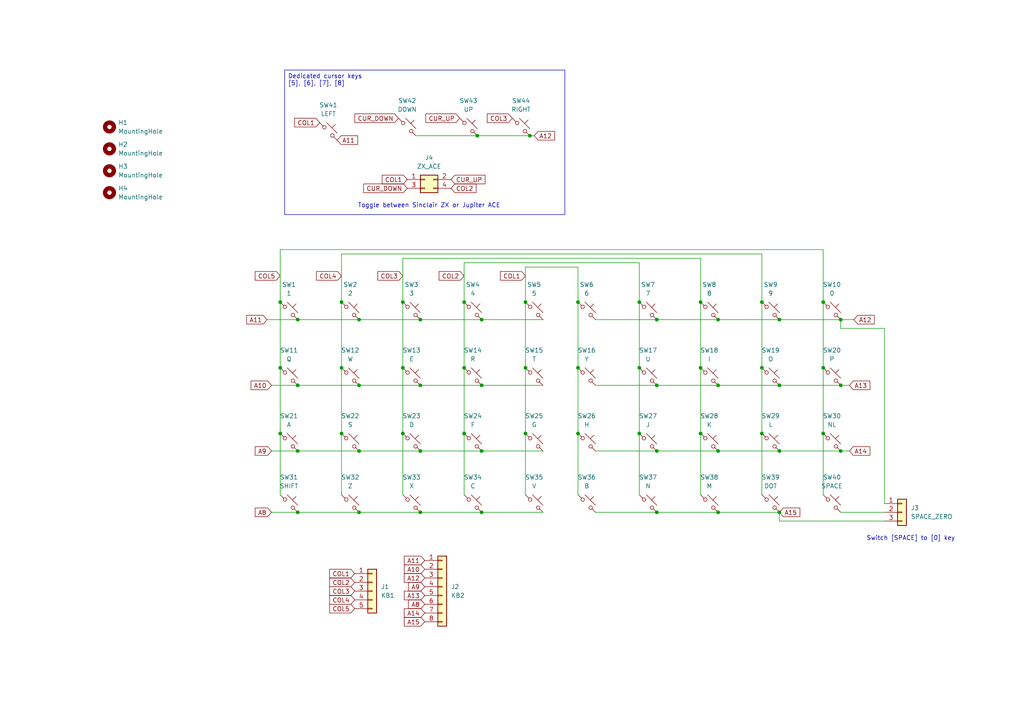
<source format=kicad_sch>
(kicad_sch (version 20250114) (generator "eeschema") (generator_version "9.0")
  (paper "A4")
  (title_block (title "ZX80 Gaming Keyboard") (date "28-Jun-2025") (rev "C") (company "Brett Hallen") (comment 1 "www.youtube.com/@Brfff"))
  (lib_symbols
    (symbol "Connector_Generic:Conn_01x03" (pin_names (offset 1.016) (hide yes))
      (property "Reference" "J" (at 0 5.08 0))
      (property "Value" "Conn_01x03" (at 0 -5.08 0))
      (symbol "Conn_01x03_1_1"
        (rectangle (start -1.27 3.81) (end 1.27 -3.81) (stroke (width 0.254)) (fill (type background)))
        (rectangle (start -1.27 2.667) (end 0 2.413) (stroke (width 0.1524)))
        (rectangle (start -1.27 0.127) (end 0 -0.127) (stroke (width 0.1524)))
        (rectangle (start -1.27 -2.413) (end 0 -2.667) (stroke (width 0.1524)))
        (pin passive line (at -5.08 2.54 0) (length 3.81) (name "Pin_1") (number "1"))
        (pin passive line (at -5.08 0 0) (length 3.81) (name "Pin_2") (number "2"))
        (pin passive line (at -5.08 -2.54 0) (length 3.81) (name "Pin_3") (number "3"))
      )
    )
    (symbol "Connector_Generic:Conn_01x05" (pin_names (offset 1.016) (hide yes))
      (property "Reference" "J" (at 0 7.62 0))
      (property "Value" "Conn_01x05" (at 0 -7.62 0))
      (symbol "Conn_01x05_1_1"
        (rectangle (start -1.27 6.35) (end 1.27 -6.35) (stroke (width 0.254)) (fill (type background)))
        (rectangle (start -1.27 5.207) (end 0 4.953) (stroke (width 0.1524)))
        (rectangle (start -1.27 2.667) (end 0 2.413) (stroke (width 0.1524)))
        (rectangle (start -1.27 0.127) (end 0 -0.127) (stroke (width 0.1524)))
        (rectangle (start -1.27 -2.413) (end 0 -2.667) (stroke (width 0.1524)))
        (rectangle (start -1.27 -4.953) (end 0 -5.207) (stroke (width 0.1524)))
        (pin passive line (at -5.08 5.08 0) (length 3.81) (name "Pin_1") (number "1"))
        (pin passive line (at -5.08 2.54 0) (length 3.81) (name "Pin_2") (number "2"))
        (pin passive line (at -5.08 0 0) (length 3.81) (name "Pin_3") (number "3"))
        (pin passive line (at -5.08 -2.54 0) (length 3.81) (name "Pin_4") (number "4"))
        (pin passive line (at -5.08 -5.08 0) (length 3.81) (name "Pin_5") (number "5"))
      )
    )
    (symbol "Connector_Generic:Conn_01x08" (pin_names (offset 1.016) (hide yes))
      (property "Reference" "J" (at 0 10.16 0))
      (property "Value" "Conn_01x08" (at 0 -12.7 0))
      (symbol "Conn_01x08_1_1"
        (rectangle (start -1.27 8.89) (end 1.27 -11.43) (stroke (width 0.254)) (fill (type background)))
        (rectangle (start -1.27 7.747) (end 0 7.493) (stroke (width 0.1524)))
        (rectangle (start -1.27 5.207) (end 0 4.953) (stroke (width 0.1524)))
        (rectangle (start -1.27 2.667) (end 0 2.413) (stroke (width 0.1524)))
        (rectangle (start -1.27 0.127) (end 0 -0.127) (stroke (width 0.1524)))
        (rectangle (start -1.27 -2.413) (end 0 -2.667) (stroke (width 0.1524)))
        (rectangle (start -1.27 -4.953) (end 0 -5.207) (stroke (width 0.1524)))
        (rectangle (start -1.27 -7.493) (end 0 -7.747) (stroke (width 0.1524)))
        (rectangle (start -1.27 -10.033) (end 0 -10.287) (stroke (width 0.1524)))
        (pin passive line (at -5.08 7.62 0) (length 3.81) (name "Pin_1") (number "1"))
        (pin passive line (at -5.08 5.08 0) (length 3.81) (name "Pin_2") (number "2"))
        (pin passive line (at -5.08 2.54 0) (length 3.81) (name "Pin_3") (number "3"))
        (pin passive line (at -5.08 0 0) (length 3.81) (name "Pin_4") (number "4"))
        (pin passive line (at -5.08 -2.54 0) (length 3.81) (name "Pin_5") (number "5"))
        (pin passive line (at -5.08 -5.08 0) (length 3.81) (name "Pin_6") (number "6"))
        (pin passive line (at -5.08 -7.62 0) (length 3.81) (name "Pin_7") (number "7"))
        (pin passive line (at -5.08 -10.16 0) (length 3.81) (name "Pin_8") (number "8"))
      )
    )
    (symbol "Connector_Generic:Conn_02x02_Odd_Even" (pin_names (offset 1.016) (hide yes))
      (property "Reference" "J" (at 1.27 2.54 0))
      (property "Value" "Conn_02x02_Odd_Even" (at 1.27 -5.08 0))
      (symbol "Conn_02x02_Odd_Even_1_1"
        (rectangle (start -1.27 1.27) (end 3.81 -3.81) (stroke (width 0.254)) (fill (type background)))
        (rectangle (start -1.27 0.127) (end 0 -0.127) (stroke (width 0.1524)))
        (rectangle (start -1.27 -2.413) (end 0 -2.667) (stroke (width 0.1524)))
        (rectangle (start 3.81 0.127) (end 2.54 -0.127) (stroke (width 0.1524)))
        (rectangle (start 3.81 -2.413) (end 2.54 -2.667) (stroke (width 0.1524)))
        (pin passive line (at -5.08 0 0) (length 3.81) (name "Pin_1") (number "1"))
        (pin passive line (at -5.08 -2.54 0) (length 3.81) (name "Pin_3") (number "3"))
        (pin passive line (at 7.62 0 180) (length 3.81) (name "Pin_2") (number "2"))
        (pin passive line (at 7.62 -2.54 180) (length 3.81) (name "Pin_4") (number "4"))
      )
    )
    (symbol "Mechanical:MountingHole" (pin_names (offset 1.016)) (exclude_from_sim yes) (in_bom no)
      (property "Reference" "H" (at 0 5.08 0))
      (property "Value" "MountingHole" (at 0 3.175 0))
      (symbol "MountingHole_0_1"
        (circle (center 0 0) (radius 1.27) (stroke (width 1.27)))
      )
    )
    (symbol "Switch:SW_Push_45deg" (pin_numbers (hide yes)) (pin_names (offset 1.016) (hide yes))
      (property "Reference" "SW" (at 3.048 1.016 0))
      (property "Value" "SW_Push_45deg" (at 0 -3.81 0))
      (symbol "SW_Push_45deg_0_1"
        (polyline (pts (xy -2.54 2.54) (xy -1.524 1.524) (xy -1.524 1.524)))
        (circle (center -1.1684 1.1684) (radius 0.508))
        (polyline (pts (xy -0.508 2.54) (xy 2.54 -0.508)))
        (polyline (pts (xy 1.016 1.016) (xy 2.032 2.032)))
        (circle (center 1.143 -1.1938) (radius 0.508))
        (polyline (pts (xy 1.524 -1.524) (xy 2.54 -2.54) (xy 2.54 -2.54) (xy 2.54 -2.54)))
        (pin passive line (at -2.54 2.54 0) (length 0) (name "1") (number "1"))
        (pin passive line (at 2.54 -2.54 180) (length 0) (name "2") (number "2"))
      )
    )
  )
  (text "Toggle between Sinclair ZX or Jupiter ACE" (at 124.46 59.69 0) (effects (font (size 1.27 1.27))))
  (text "Switch [SPACE] to [0] key" (at 264.16 156.21 0) (effects (font (size 1.27 1.27))))
  (text_box "Dedicated cursor keys\n[5], [6], [7], [8]" (at 82.55 20.32 0) (size 81.28 41.91) (margins 0.9525 0.9525 0.9525 0.9525) (effects (font (size 1.27 1.27)) (justify left top)))
  (junction (at 243.84 130.81))
  (junction (at 152.4 106.68))
  (junction (at 185.42 106.68))
  (junction (at 208.28 148.59))
  (junction (at 226.06 111.76))
  (junction (at 190.5 111.76))
  (junction (at 185.42 125.73))
  (junction (at 116.84 87.63))
  (junction (at 99.06 125.73))
  (junction (at 86.36 111.76))
  (junction (at 226.06 130.81))
  (junction (at 138.43 39.37))
  (junction (at 134.62 87.63))
  (junction (at 116.84 125.73))
  (junction (at 190.5 148.59))
  (junction (at 86.36 130.81))
  (junction (at 86.36 148.59))
  (junction (at 203.2 87.63))
  (junction (at 99.06 87.63))
  (junction (at 104.14 148.59))
  (junction (at 81.28 125.73))
  (junction (at 167.64 87.63))
  (junction (at 190.5 130.81))
  (junction (at 243.84 111.76))
  (junction (at 208.28 111.76))
  (junction (at 121.92 92.71))
  (junction (at 134.62 106.68))
  (junction (at 104.14 92.71))
  (junction (at 220.98 106.68))
  (junction (at 139.7 148.59))
  (junction (at 152.4 125.73))
  (junction (at 86.36 92.71))
  (junction (at 121.92 130.81))
  (junction (at 220.98 87.63))
  (junction (at 167.64 106.68))
  (junction (at 238.76 106.68))
  (junction (at 81.28 106.68))
  (junction (at 152.4 87.63))
  (junction (at 139.7 92.71))
  (junction (at 238.76 125.73))
  (junction (at 81.28 87.63))
  (junction (at 104.14 111.76))
  (junction (at 190.5 92.71))
  (junction (at 104.14 130.81))
  (junction (at 208.28 130.81))
  (junction (at 99.06 106.68))
  (junction (at 238.76 87.63))
  (junction (at 185.42 87.63))
  (junction (at 121.92 111.76))
  (junction (at 139.7 111.76))
  (junction (at 203.2 106.68))
  (junction (at 153.67 39.37))
  (junction (at 167.64 125.73))
  (junction (at 208.28 92.71))
  (junction (at 116.84 106.68))
  (junction (at 243.84 92.71))
  (junction (at 220.98 125.73))
  (junction (at 226.06 148.59))
  (junction (at 203.2 125.73))
  (junction (at 226.06 92.71))
  (junction (at 134.62 125.73))
  (junction (at 139.7 130.81))
  (junction (at 121.92 148.59))
  (wire (pts (xy 78.74 130.81) (xy 86.36 130.81)))
  (wire (pts (xy 86.36 148.59) (xy 104.14 148.59)))
  (wire (pts (xy 121.92 130.81) (xy 139.7 130.81)))
  (wire (pts (xy 86.36 130.81) (xy 104.14 130.81)))
  (wire (pts (xy 172.72 148.59) (xy 190.5 148.59)))
  (wire (pts (xy 243.84 95.25) (xy 256.54 95.25)))
  (wire (pts (xy 203.2 87.63) (xy 203.2 74.93)))
  (wire (pts (xy 154.94 39.37) (xy 153.67 39.37)))
  (wire (pts (xy 121.92 148.59) (xy 139.7 148.59)))
  (wire (pts (xy 220.98 87.63) (xy 220.98 73.66)))
  (wire (pts (xy 99.06 106.68) (xy 99.06 125.73)))
  (wire (pts (xy 134.62 106.68) (xy 134.62 125.73)))
  (wire (pts (xy 81.28 72.39) (xy 238.76 72.39)))
  (wire (pts (xy 220.98 143.51) (xy 220.98 125.73)))
  (wire (pts (xy 116.84 125.73) (xy 116.84 143.51)))
  (wire (pts (xy 243.84 92.71) (xy 243.84 95.25)))
  (wire (pts (xy 134.62 125.73) (xy 134.62 143.51)))
  (wire (pts (xy 77.47 92.71) (xy 86.36 92.71)))
  (wire (pts (xy 185.42 87.63) (xy 185.42 106.68)))
  (wire (pts (xy 152.4 125.73) (xy 152.4 143.51)))
  (wire (pts (xy 104.14 148.59) (xy 121.92 148.59)))
  (wire (pts (xy 190.5 111.76) (xy 208.28 111.76)))
  (wire (pts (xy 104.14 130.81) (xy 121.92 130.81)))
  (wire (pts (xy 138.43 39.37) (xy 153.67 39.37)))
  (wire (pts (xy 243.84 111.76) (xy 246.38 111.76)))
  (wire (pts (xy 116.84 87.63) (xy 116.84 106.68)))
  (wire (pts (xy 172.72 92.71) (xy 190.5 92.71)))
  (wire (pts (xy 167.64 77.47) (xy 167.64 87.63)))
  (wire (pts (xy 220.98 73.66) (xy 99.06 73.66)))
  (wire (pts (xy 243.84 130.81) (xy 246.38 130.81)))
  (wire (pts (xy 78.74 148.59) (xy 86.36 148.59)))
  (wire (pts (xy 243.84 92.71) (xy 247.65 92.71)))
  (wire (pts (xy 190.5 130.81) (xy 208.28 130.81)))
  (wire (pts (xy 238.76 106.68) (xy 238.76 125.73)))
  (wire (pts (xy 81.28 87.63) (xy 81.28 72.39)))
  (wire (pts (xy 99.06 73.66) (xy 99.06 87.63)))
  (wire (pts (xy 203.2 106.68) (xy 203.2 125.73)))
  (wire (pts (xy 185.42 76.2) (xy 134.62 76.2)))
  (wire (pts (xy 120.65 39.37) (xy 138.43 39.37)))
  (wire (pts (xy 139.7 130.81) (xy 157.48 130.81)))
  (wire (pts (xy 203.2 74.93) (xy 116.84 74.93)))
  (wire (pts (xy 256.54 151.13) (xy 226.06 151.13)))
  (wire (pts (xy 190.5 92.71) (xy 208.28 92.71)))
  (wire (pts (xy 226.06 92.71) (xy 243.84 92.71)))
  (wire (pts (xy 238.76 87.63) (xy 238.76 106.68)))
  (wire (pts (xy 134.62 76.2) (xy 134.62 87.63)))
  (wire (pts (xy 220.98 106.68) (xy 220.98 87.63)))
  (wire (pts (xy 152.4 87.63) (xy 152.4 106.68)))
  (wire (pts (xy 203.2 125.73) (xy 203.2 143.51)))
  (wire (pts (xy 139.7 111.76) (xy 157.48 111.76)))
  (wire (pts (xy 167.64 125.73) (xy 167.64 143.51)))
  (wire (pts (xy 185.42 87.63) (xy 185.42 76.2)))
  (wire (pts (xy 86.36 111.76) (xy 104.14 111.76)))
  (wire (pts (xy 208.28 148.59) (xy 226.06 148.59)))
  (wire (pts (xy 226.06 111.76) (xy 243.84 111.76)))
  (wire (pts (xy 220.98 125.73) (xy 220.98 106.68)))
  (wire (pts (xy 256.54 95.25) (xy 256.54 146.05)))
  (wire (pts (xy 208.28 92.71) (xy 226.06 92.71)))
  (wire (pts (xy 81.28 87.63) (xy 81.28 106.68)))
  (wire (pts (xy 134.62 87.63) (xy 134.62 106.68)))
  (wire (pts (xy 78.74 111.76) (xy 86.36 111.76)))
  (wire (pts (xy 121.92 92.71) (xy 139.7 92.71)))
  (wire (pts (xy 238.76 125.73) (xy 238.76 143.51)))
  (wire (pts (xy 104.14 111.76) (xy 121.92 111.76)))
  (wire (pts (xy 152.4 77.47) (xy 167.64 77.47)))
  (wire (pts (xy 185.42 106.68) (xy 185.42 125.73)))
  (wire (pts (xy 238.76 72.39) (xy 238.76 87.63)))
  (wire (pts (xy 99.06 125.73) (xy 99.06 143.51)))
  (wire (pts (xy 152.4 87.63) (xy 152.4 77.47)))
  (wire (pts (xy 104.14 92.71) (xy 121.92 92.71)))
  (wire (pts (xy 203.2 87.63) (xy 203.2 106.68)))
  (wire (pts (xy 86.36 92.71) (xy 104.14 92.71)))
  (wire (pts (xy 99.06 87.63) (xy 99.06 106.68)))
  (wire (pts (xy 139.7 92.71) (xy 157.48 92.71)))
  (wire (pts (xy 152.4 106.68) (xy 152.4 125.73)))
  (wire (pts (xy 172.72 130.81) (xy 190.5 130.81)))
  (wire (pts (xy 81.28 125.73) (xy 81.28 143.51)))
  (wire (pts (xy 116.84 106.68) (xy 116.84 125.73)))
  (wire (pts (xy 139.7 148.59) (xy 157.48 148.59)))
  (wire (pts (xy 226.06 151.13) (xy 226.06 148.59)))
  (wire (pts (xy 190.5 148.59) (xy 208.28 148.59)))
  (wire (pts (xy 208.28 130.81) (xy 226.06 130.81)))
  (wire (pts (xy 167.64 106.68) (xy 167.64 125.73)))
  (wire (pts (xy 167.64 87.63) (xy 167.64 106.68)))
  (wire (pts (xy 208.28 111.76) (xy 226.06 111.76)))
  (wire (pts (xy 116.84 74.93) (xy 116.84 87.63)))
  (wire (pts (xy 243.84 148.59) (xy 256.54 148.59)))
  (wire (pts (xy 121.92 111.76) (xy 139.7 111.76)))
  (wire (pts (xy 81.28 106.68) (xy 81.28 125.73)))
  (wire (pts (xy 185.42 125.73) (xy 185.42 143.51)))
  (wire (pts (xy 172.72 111.76) (xy 190.5 111.76)))
  (wire (pts (xy 226.06 130.81) (xy 243.84 130.81)))
  (global_label "COL2" (shape input) (at 102.87 168.91 180) (property "Intersheetrefs" "${INTERSHEET_REFS}" (effects (hide yes))))
  (global_label "COL4" (shape input) (at 102.87 173.99 180) (property "Intersheetrefs" "${INTERSHEET_REFS}" (effects (hide yes))))
  (global_label "A10" (shape input) (at 123.19 165.1 180) (property "Intersheetrefs" "${INTERSHEET_REFS}" (effects (hide yes))))
  (global_label "A11" (shape input) (at 97.79 40.64 0) (property "Intersheetrefs" "${INTERSHEET_REFS}" (effects (hide yes))))
  (global_label "COL1" (shape input) (at 118.11 52.07 180) (property "Intersheetrefs" "${INTERSHEET_REFS}" (effects (hide yes))))
  (global_label "COL5" (shape input) (at 102.87 176.53 180) (property "Intersheetrefs" "${INTERSHEET_REFS}" (effects (hide yes))))
  (global_label "CUR_UP" (shape input) (at 133.35 34.29 180) (property "Intersheetrefs" "${INTERSHEET_REFS}" (effects (hide yes))))
  (global_label "CUR_DOWN" (shape input) (at 118.11 54.61 180) (property "Intersheetrefs" "${INTERSHEET_REFS}" (effects (hide yes))))
  (global_label "A14" (shape input) (at 246.38 130.81 0) (property "Intersheetrefs" "${INTERSHEET_REFS}" (effects (hide yes))))
  (global_label "A15" (shape input) (at 123.19 180.34 180) (property "Intersheetrefs" "${INTERSHEET_REFS}" (effects (hide yes))))
  (global_label "A12" (shape input) (at 123.19 167.64 180) (property "Intersheetrefs" "${INTERSHEET_REFS}" (effects (hide yes))))
  (global_label "COL2" (shape input) (at 130.81 54.61 0) (property "Intersheetrefs" "${INTERSHEET_REFS}" (effects (hide yes))))
  (global_label "CUR_UP" (shape input) (at 130.81 52.07 0) (property "Intersheetrefs" "${INTERSHEET_REFS}" (effects (hide yes))))
  (global_label "A13" (shape input) (at 246.38 111.76 0) (property "Intersheetrefs" "${INTERSHEET_REFS}" (effects (hide yes))))
  (global_label "A13" (shape input) (at 123.19 172.72 180) (property "Intersheetrefs" "${INTERSHEET_REFS}" (effects (hide yes))))
  (global_label "COL3" (shape input) (at 148.59 34.29 180) (property "Intersheetrefs" "${INTERSHEET_REFS}" (effects (hide yes))))
  (global_label "COL3" (shape input) (at 116.84 80.01 180) (property "Intersheetrefs" "${INTERSHEET_REFS}" (effects (hide yes))))
  (global_label "A9" (shape input) (at 123.19 170.18 180) (property "Intersheetrefs" "${INTERSHEET_REFS}" (effects (hide yes))))
  (global_label "COL3" (shape input) (at 102.87 171.45 180) (property "Intersheetrefs" "${INTERSHEET_REFS}" (effects (hide yes))))
  (global_label "COL5" (shape input) (at 81.28 80.01 180) (property "Intersheetrefs" "${INTERSHEET_REFS}" (effects (hide yes))))
  (global_label "COL4" (shape input) (at 99.06 80.01 180) (property "Intersheetrefs" "${INTERSHEET_REFS}" (effects (hide yes))))
  (global_label "A9" (shape input) (at 78.74 130.81 180) (property "Intersheetrefs" "${INTERSHEET_REFS}" (effects (hide yes))))
  (global_label "A12" (shape input) (at 247.65 92.71 0) (property "Intersheetrefs" "${INTERSHEET_REFS}" (effects (hide yes))))
  (global_label "A15" (shape input) (at 226.06 148.59 0) (property "Intersheetrefs" "${INTERSHEET_REFS}" (effects (hide yes))))
  (global_label "A10" (shape input) (at 78.74 111.76 180) (property "Intersheetrefs" "${INTERSHEET_REFS}" (effects (hide yes))))
  (global_label "CUR_DOWN" (shape input) (at 115.57 34.29 180) (property "Intersheetrefs" "${INTERSHEET_REFS}" (effects (hide yes))))
  (global_label "A11" (shape input) (at 123.19 162.56 180) (property "Intersheetrefs" "${INTERSHEET_REFS}" (effects (hide yes))))
  (global_label "A8" (shape input) (at 78.74 148.59 180) (property "Intersheetrefs" "${INTERSHEET_REFS}" (effects (hide yes))))
  (global_label "COL1" (shape input) (at 152.4 80.01 180) (property "Intersheetrefs" "${INTERSHEET_REFS}" (effects (hide yes))))
  (global_label "A11" (shape input) (at 77.47 92.71 180) (property "Intersheetrefs" "${INTERSHEET_REFS}" (effects (hide yes))))
  (global_label "A14" (shape input) (at 123.19 177.8 180) (property "Intersheetrefs" "${INTERSHEET_REFS}" (effects (hide yes))))
  (global_label "A12" (shape input) (at 154.94 39.37 0) (property "Intersheetrefs" "${INTERSHEET_REFS}" (effects (hide yes))))
  (global_label "COL1" (shape input) (at 102.87 166.37 180) (property "Intersheetrefs" "${INTERSHEET_REFS}" (effects (hide yes))))
  (global_label "A8" (shape input) (at 123.19 175.26 180) (property "Intersheetrefs" "${INTERSHEET_REFS}" (effects (hide yes))))
  (global_label "COL1" (shape input) (at 92.71 35.56 180) (property "Intersheetrefs" "${INTERSHEET_REFS}" (effects (hide yes))))
  (global_label "COL2" (shape input) (at 134.62 80.01 180) (property "Intersheetrefs" "${INTERSHEET_REFS}" (effects (hide yes))))
  (symbol (lib_id "Switch:SW_Push_45deg") (at 205.74 128.27 0) (unit 1)
    (property "Reference" "SW28" (at 205.74 120.65 0))
    (property "Value" "K" (at 205.74 123.19 0))
    (property "Footprint" "Button_Switch_Keyboard:SW_Cherry_MX_1.00u_PCB" (effects (hide yes)))
    (property "Description" "Push button switch, normally open, two pins, 45° tilted" (effects (hide yes)))
  )
  (symbol (lib_id "Switch:SW_Push_45deg") (at 83.82 146.05 0) (unit 1)
    (property "Reference" "SW31" (at 83.82 138.43 0))
    (property "Value" "SHIFT" (at 83.82 140.97 0))
    (property "Footprint" "Button_Switch_Keyboard:SW_Cherry_MX_1.00u_PCB" (effects (hide yes)))
    (property "Description" "Push button switch, normally open, two pins, 45° tilted" (effects (hide yes)))
  )
  (symbol (lib_id "Switch:SW_Push_45deg") (at 154.94 146.05 0) (unit 1)
    (property "Reference" "SW35" (at 154.94 138.43 0))
    (property "Value" "V" (at 154.94 140.97 0))
    (property "Footprint" "Button_Switch_Keyboard:SW_Cherry_MX_1.00u_PCB" (effects (hide yes)))
    (property "Description" "Push button switch, normally open, two pins, 45° tilted" (effects (hide yes)))
  )
  (symbol (lib_id "Switch:SW_Push_45deg") (at 223.52 146.05 0) (unit 1)
    (property "Reference" "SW39" (at 223.52 138.43 0))
    (property "Value" "DOT" (at 223.52 140.97 0))
    (property "Footprint" "Button_Switch_Keyboard:SW_Cherry_MX_1.00u_PCB" (effects (hide yes)))
    (property "Description" "Push button switch, normally open, two pins, 45° tilted" (effects (hide yes)))
  )
  (symbol (lib_id "Mechanical:MountingHole") (at 31.75 36.83 0) (unit 1) (exclude_from_sim yes) (in_bom no)
    (property "Reference" "H1" (at 34.29 35.5599 0) (effects (justify left)))
    (property "Value" "MountingHole" (at 34.29 38.0999 0) (effects (justify left)))
    (property "Footprint" "MountingHole:MountingHole_3.2mm_M3" (effects (hide yes)))
    (property "Description" "Mounting Hole without connection" (effects (hide yes)))
  )
  (symbol (lib_id "Switch:SW_Push_45deg") (at 154.94 90.17 0) (unit 1)
    (property "Reference" "SW5" (at 154.94 82.55 0))
    (property "Value" "5" (at 154.94 85.09 0))
    (property "Footprint" "Button_Switch_Keyboard:SW_Cherry_MX_1.00u_PCB" (effects (hide yes)))
    (property "Description" "Push button switch, normally open, two pins, 45° tilted" (effects (hide yes)))
  )
  (symbol (lib_id "Switch:SW_Push_45deg") (at 223.52 109.22 0) (unit 1)
    (property "Reference" "SW19" (at 223.52 101.6 0))
    (property "Value" "O" (at 223.52 104.14 0))
    (property "Footprint" "Button_Switch_Keyboard:SW_Cherry_MX_1.00u_PCB" (effects (hide yes)))
    (property "Description" "Push button switch, normally open, two pins, 45° tilted" (effects (hide yes)))
  )
  (symbol (lib_id "Switch:SW_Push_45deg") (at 137.16 146.05 0) (unit 1)
    (property "Reference" "SW34" (at 137.16 138.43 0))
    (property "Value" "C" (at 137.16 140.97 0))
    (property "Footprint" "Button_Switch_Keyboard:SW_Cherry_MX_1.00u_PCB" (effects (hide yes)))
    (property "Description" "Push button switch, normally open, two pins, 45° tilted" (effects (hide yes)))
  )
  (symbol (lib_id "Connector_Generic:Conn_02x02_Odd_Even") (at 123.19 52.07 0) (unit 1)
    (property "Reference" "J4" (at 124.46 45.72 0))
    (property "Value" "ZX_ACE" (at 124.46 48.26 0))
    (property "Footprint" "Connector_PinHeader_2.54mm:PinHeader_2x02_P2.54mm_Vertical" (effects (hide yes)))
    (property "Description" "Generic connector, double row, 02x02, odd/even pin numbering scheme (row 1 odd numbers, row 2 even numbers), script generated (kicad-library-utils/schlib/autogen/connector/)" (effects (hide yes)))
  )
  (symbol (lib_id "Switch:SW_Push_45deg") (at 241.3 90.17 0) (unit 1)
    (property "Reference" "SW10" (at 241.3 82.55 0))
    (property "Value" "0" (at 241.3 85.09 0))
    (property "Footprint" "Button_Switch_Keyboard:SW_Cherry_MX_1.00u_PCB" (effects (hide yes)))
    (property "Description" "Push button switch, normally open, two pins, 45° tilted" (effects (hide yes)))
  )
  (symbol (lib_id "Switch:SW_Push_45deg") (at 135.89 36.83 0) (unit 1)
    (property "Reference" "SW43" (at 135.89 29.21 0))
    (property "Value" "UP" (at 135.89 31.75 0))
    (property "Footprint" "Button_Switch_Keyboard:SW_Cherry_MX_1.00u_PCB" (effects (hide yes)))
    (property "Description" "Push button switch, normally open, two pins, 45° tilted" (effects (hide yes)))
  )
  (symbol (lib_id "Switch:SW_Push_45deg") (at 137.16 109.22 0) (unit 1)
    (property "Reference" "SW14" (at 137.16 101.6 0))
    (property "Value" "R" (at 137.16 104.14 0))
    (property "Footprint" "Button_Switch_Keyboard:SW_Cherry_MX_1.00u_PCB" (effects (hide yes)))
    (property "Description" "Push button switch, normally open, two pins, 45° tilted" (effects (hide yes)))
  )
  (symbol (lib_id "Switch:SW_Push_45deg") (at 241.3 109.22 0) (unit 1)
    (property "Reference" "SW20" (at 241.3 101.6 0))
    (property "Value" "P" (at 241.3 104.14 0))
    (property "Footprint" "Button_Switch_Keyboard:SW_Cherry_MX_1.00u_PCB" (effects (hide yes)))
    (property "Description" "Push button switch, normally open, two pins, 45° tilted" (effects (hide yes)))
  )
  (symbol (lib_id "Switch:SW_Push_45deg") (at 241.3 146.05 0) (unit 1)
    (property "Reference" "SW40" (at 241.3 138.43 0))
    (property "Value" "SPACE" (at 241.3 140.97 0))
    (property "Footprint" "Button_Switch_Keyboard:SW_Cherry_MX_1.00u_PCB" (effects (hide yes)))
    (property "Description" "Push button switch, normally open, two pins, 45° tilted" (effects (hide yes)))
  )
  (symbol (lib_id "Switch:SW_Push_45deg") (at 119.38 109.22 0) (unit 1)
    (property "Reference" "SW13" (at 119.38 101.6 0))
    (property "Value" "E" (at 119.38 104.14 0))
    (property "Footprint" "Button_Switch_Keyboard:SW_Cherry_MX_1.00u_PCB" (effects (hide yes)))
    (property "Description" "Push button switch, normally open, two pins, 45° tilted" (effects (hide yes)))
  )
  (symbol (lib_id "Connector_Generic:Conn_01x08") (at 128.27 170.18 0) (unit 1)
    (property "Reference" "J2" (at 130.81 170.1799 0) (effects (justify left)))
    (property "Value" "KB2" (at 130.81 172.7199 0) (effects (justify left)))
    (property "Footprint" "Connector_PinHeader_2.54mm:PinHeader_1x08_P2.54mm_Vertical" (effects (hide yes)))
    (property "Description" "Generic connector, single row, 01x08, script generated (kicad-library-utils/schlib/autogen/connector/)" (effects (hide yes)))
  )
  (symbol (lib_id "Switch:SW_Push_45deg") (at 170.18 90.17 0) (unit 1)
    (property "Reference" "SW6" (at 170.18 82.55 0))
    (property "Value" "6" (at 170.18 85.09 0))
    (property "Footprint" "Button_Switch_Keyboard:SW_Cherry_MX_1.00u_PCB" (effects (hide yes)))
    (property "Description" "Push button switch, normally open, two pins, 45° tilted" (effects (hide yes)))
  )
  (symbol (lib_id "Connector_Generic:Conn_01x03") (at 261.62 148.59 0) (unit 1)
    (property "Reference" "J3" (at 264.16 147.3199 0) (effects (justify left)))
    (property "Value" "SPACE_ZERO" (at 264.16 149.8599 0) (effects (justify left)))
    (property "Footprint" "Connector_PinHeader_2.54mm:PinHeader_1x03_P2.54mm_Vertical" (effects (hide yes)))
    (property "Description" "Generic connector, single row, 01x03, script generated (kicad-library-utils/schlib/autogen/connector/)" (effects (hide yes)))
  )
  (symbol (lib_id "Switch:SW_Push_45deg") (at 241.3 128.27 0) (unit 1)
    (property "Reference" "SW30" (at 241.3 120.65 0))
    (property "Value" "NL" (at 241.3 123.19 0))
    (property "Footprint" "Button_Switch_Keyboard:SW_Cherry_MX_1.00u_PCB" (effects (hide yes)))
    (property "Description" "Push button switch, normally open, two pins, 45° tilted" (effects (hide yes)))
  )
  (symbol (lib_id "Switch:SW_Push_45deg") (at 187.96 109.22 0) (unit 1)
    (property "Reference" "SW17" (at 187.96 101.6 0))
    (property "Value" "U" (at 187.96 104.14 0))
    (property "Footprint" "Button_Switch_Keyboard:SW_Cherry_MX_1.00u_PCB" (effects (hide yes)))
    (property "Description" "Push button switch, normally open, two pins, 45° tilted" (effects (hide yes)))
  )
  (symbol (lib_id "Switch:SW_Push_45deg") (at 205.74 146.05 0) (unit 1)
    (property "Reference" "SW38" (at 205.74 138.43 0))
    (property "Value" "M" (at 205.74 140.97 0))
    (property "Footprint" "Button_Switch_Keyboard:SW_Cherry_MX_1.00u_PCB" (effects (hide yes)))
    (property "Description" "Push button switch, normally open, two pins, 45° tilted" (effects (hide yes)))
  )
  (symbol (lib_id "Mechanical:MountingHole") (at 31.75 43.18 0) (unit 1) (exclude_from_sim yes) (in_bom no)
    (property "Reference" "H2" (at 34.29 41.9099 0) (effects (justify left)))
    (property "Value" "MountingHole" (at 34.29 44.4499 0) (effects (justify left)))
    (property "Footprint" "MountingHole:MountingHole_3.2mm_M3" (effects (hide yes)))
    (property "Description" "Mounting Hole without connection" (effects (hide yes)))
  )
  (symbol (lib_id "Switch:SW_Push_45deg") (at 83.82 109.22 0) (unit 1)
    (property "Reference" "SW11" (at 83.82 101.6 0))
    (property "Value" "Q" (at 83.82 104.14 0))
    (property "Footprint" "Button_Switch_Keyboard:SW_Cherry_MX_1.00u_PCB" (effects (hide yes)))
    (property "Description" "Push button switch, normally open, two pins, 45° tilted" (effects (hide yes)))
  )
  (symbol (lib_id "Switch:SW_Push_45deg") (at 119.38 90.17 0) (unit 1)
    (property "Reference" "SW3" (at 119.38 82.55 0))
    (property "Value" "3" (at 119.38 85.09 0))
    (property "Footprint" "Button_Switch_Keyboard:SW_Cherry_MX_1.00u_PCB" (effects (hide yes)))
    (property "Description" "Push button switch, normally open, two pins, 45° tilted" (effects (hide yes)))
  )
  (symbol (lib_id "Switch:SW_Push_45deg") (at 119.38 146.05 0) (unit 1)
    (property "Reference" "SW33" (at 119.38 138.43 0))
    (property "Value" "X" (at 119.38 140.97 0))
    (property "Footprint" "Button_Switch_Keyboard:SW_Cherry_MX_1.00u_PCB" (effects (hide yes)))
    (property "Description" "Push button switch, normally open, two pins, 45° tilted" (effects (hide yes)))
  )
  (symbol (lib_id "Switch:SW_Push_45deg") (at 187.96 90.17 0) (unit 1)
    (property "Reference" "SW7" (at 187.96 82.55 0))
    (property "Value" "7" (at 187.96 85.09 0))
    (property "Footprint" "Button_Switch_Keyboard:SW_Cherry_MX_1.00u_PCB" (effects (hide yes)))
    (property "Description" "Push button switch, normally open, two pins, 45° tilted" (effects (hide yes)))
  )
  (symbol (lib_id "Switch:SW_Push_45deg") (at 95.25 38.1 0) (unit 1)
    (property "Reference" "SW41" (at 95.25 30.48 0))
    (property "Value" "LEFT" (at 95.25 33.02 0))
    (property "Footprint" "Button_Switch_Keyboard:SW_Cherry_MX_1.00u_PCB" (effects (hide yes)))
    (property "Description" "Push button switch, normally open, two pins, 45° tilted" (effects (hide yes)))
  )
  (symbol (lib_id "Switch:SW_Push_45deg") (at 205.74 90.17 0) (unit 1)
    (property "Reference" "SW8" (at 205.74 82.55 0))
    (property "Value" "8" (at 205.74 85.09 0))
    (property "Footprint" "Button_Switch_Keyboard:SW_Cherry_MX_1.00u_PCB" (effects (hide yes)))
    (property "Description" "Push button switch, normally open, two pins, 45° tilted" (effects (hide yes)))
  )
  (symbol (lib_id "Switch:SW_Push_45deg") (at 151.13 36.83 0) (unit 1)
    (property "Reference" "SW44" (at 151.13 29.21 0))
    (property "Value" "RIGHT" (at 151.13 31.75 0))
    (property "Footprint" "Button_Switch_Keyboard:SW_Cherry_MX_1.00u_PCB" (effects (hide yes)))
    (property "Description" "Push button switch, normally open, two pins, 45° tilted" (effects (hide yes)))
  )
  (symbol (lib_id "Switch:SW_Push_45deg") (at 101.6 90.17 0) (unit 1)
    (property "Reference" "SW2" (at 101.6 82.55 0))
    (property "Value" "2" (at 101.6 85.09 0))
    (property "Footprint" "Button_Switch_Keyboard:SW_Cherry_MX_1.00u_PCB" (effects (hide yes)))
    (property "Description" "Push button switch, normally open, two pins, 45° tilted" (effects (hide yes)))
  )
  (symbol (lib_id "Switch:SW_Push_45deg") (at 205.74 109.22 0) (unit 1)
    (property "Reference" "SW18" (at 205.74 101.6 0))
    (property "Value" "I" (at 205.74 104.14 0))
    (property "Footprint" "Button_Switch_Keyboard:SW_Cherry_MX_1.00u_PCB" (effects (hide yes)))
    (property "Description" "Push button switch, normally open, two pins, 45° tilted" (effects (hide yes)))
  )
  (symbol (lib_id "Mechanical:MountingHole") (at 31.75 55.88 0) (unit 1) (exclude_from_sim yes) (in_bom no)
    (property "Reference" "H4" (at 34.29 54.6099 0) (effects (justify left)))
    (property "Value" "MountingHole" (at 34.29 57.1499 0) (effects (justify left)))
    (property "Footprint" "MountingHole:MountingHole_3.2mm_M3" (effects (hide yes)))
    (property "Description" "Mounting Hole without connection" (effects (hide yes)))
  )
  (symbol (lib_id "Switch:SW_Push_45deg") (at 118.11 36.83 0) (unit 1)
    (property "Reference" "SW42" (at 118.11 29.21 0))
    (property "Value" "DOWN" (at 118.11 31.75 0))
    (property "Footprint" "Button_Switch_Keyboard:SW_Cherry_MX_1.00u_PCB" (effects (hide yes)))
    (property "Description" "Push button switch, normally open, two pins, 45° tilted" (effects (hide yes)))
  )
  (symbol (lib_id "Switch:SW_Push_45deg") (at 154.94 109.22 0) (unit 1)
    (property "Reference" "SW15" (at 154.94 101.6 0))
    (property "Value" "T" (at 154.94 104.14 0))
    (property "Footprint" "Button_Switch_Keyboard:SW_Cherry_MX_1.00u_PCB" (effects (hide yes)))
    (property "Description" "Push button switch, normally open, two pins, 45° tilted" (effects (hide yes)))
  )
  (symbol (lib_id "Switch:SW_Push_45deg") (at 83.82 128.27 0) (unit 1)
    (property "Reference" "SW21" (at 83.82 120.65 0))
    (property "Value" "A" (at 83.82 123.19 0))
    (property "Footprint" "Button_Switch_Keyboard:SW_Cherry_MX_1.00u_PCB" (effects (hide yes)))
    (property "Description" "Push button switch, normally open, two pins, 45° tilted" (effects (hide yes)))
  )
  (symbol (lib_id "Switch:SW_Push_45deg") (at 137.16 128.27 0) (unit 1)
    (property "Reference" "SW24" (at 137.16 120.65 0))
    (property "Value" "F" (at 137.16 123.19 0))
    (property "Footprint" "Button_Switch_Keyboard:SW_Cherry_MX_1.00u_PCB" (effects (hide yes)))
    (property "Description" "Push button switch, normally open, two pins, 45° tilted" (effects (hide yes)))
  )
  (symbol (lib_id "Mechanical:MountingHole") (at 31.75 49.53 0) (unit 1) (exclude_from_sim yes) (in_bom no)
    (property "Reference" "H3" (at 34.29 48.2599 0) (effects (justify left)))
    (property "Value" "MountingHole" (at 34.29 50.7999 0) (effects (justify left)))
    (property "Footprint" "MountingHole:MountingHole_3.2mm_M3" (effects (hide yes)))
    (property "Description" "Mounting Hole without connection" (effects (hide yes)))
  )
  (symbol (lib_id "Switch:SW_Push_45deg") (at 170.18 146.05 0) (unit 1)
    (property "Reference" "SW36" (at 170.18 138.43 0))
    (property "Value" "B" (at 170.18 140.97 0))
    (property "Footprint" "Button_Switch_Keyboard:SW_Cherry_MX_1.00u_PCB" (effects (hide yes)))
    (property "Description" "Push button switch, normally open, two pins, 45° tilted" (effects (hide yes)))
  )
  (symbol (lib_id "Switch:SW_Push_45deg") (at 154.94 128.27 0) (unit 1)
    (property "Reference" "SW25" (at 154.94 120.65 0))
    (property "Value" "G" (at 154.94 123.19 0))
    (property "Footprint" "Button_Switch_Keyboard:SW_Cherry_MX_1.00u_PCB" (effects (hide yes)))
    (property "Description" "Push button switch, normally open, two pins, 45° tilted" (effects (hide yes)))
  )
  (symbol (lib_id "Switch:SW_Push_45deg") (at 101.6 109.22 0) (unit 1)
    (property "Reference" "SW12" (at 101.6 101.6 0))
    (property "Value" "W" (at 101.6 104.14 0))
    (property "Footprint" "Button_Switch_Keyboard:SW_Cherry_MX_1.00u_PCB" (effects (hide yes)))
    (property "Description" "Push button switch, normally open, two pins, 45° tilted" (effects (hide yes)))
  )
  (symbol (lib_id "Switch:SW_Push_45deg") (at 83.82 90.17 0) (unit 1)
    (property "Reference" "SW1" (at 83.82 82.55 0))
    (property "Value" "1" (at 83.82 85.09 0))
    (property "Footprint" "Button_Switch_Keyboard:SW_Cherry_MX_1.00u_PCB" (effects (hide yes)))
    (property "Description" "Push button switch, normally open, two pins, 45° tilted" (effects (hide yes)))
  )
  (symbol (lib_id "Switch:SW_Push_45deg") (at 137.16 90.17 0) (unit 1)
    (property "Reference" "SW4" (at 137.16 82.55 0))
    (property "Value" "4" (at 137.16 85.09 0))
    (property "Footprint" "Button_Switch_Keyboard:SW_Cherry_MX_1.00u_PCB" (effects (hide yes)))
    (property "Description" "Push button switch, normally open, two pins, 45° tilted" (effects (hide yes)))
  )
  (symbol (lib_id "Switch:SW_Push_45deg") (at 119.38 128.27 0) (unit 1)
    (property "Reference" "SW23" (at 119.38 120.65 0))
    (property "Value" "D" (at 119.38 123.19 0))
    (property "Footprint" "Button_Switch_Keyboard:SW_Cherry_MX_1.00u_PCB" (effects (hide yes)))
    (property "Description" "Push button switch, normally open, two pins, 45° tilted" (effects (hide yes)))
  )
  (symbol (lib_id "Switch:SW_Push_45deg") (at 187.96 146.05 0) (unit 1)
    (property "Reference" "SW37" (at 187.96 138.43 0))
    (property "Value" "N" (at 187.96 140.97 0))
    (property "Footprint" "Button_Switch_Keyboard:SW_Cherry_MX_1.00u_PCB" (effects (hide yes)))
    (property "Description" "Push button switch, normally open, two pins, 45° tilted" (effects (hide yes)))
  )
  (symbol (lib_id "Switch:SW_Push_45deg") (at 101.6 146.05 0) (unit 1)
    (property "Reference" "SW32" (at 101.6 138.43 0))
    (property "Value" "Z" (at 101.6 140.97 0))
    (property "Footprint" "Button_Switch_Keyboard:SW_Cherry_MX_1.00u_PCB" (effects (hide yes)))
    (property "Description" "Push button switch, normally open, two pins, 45° tilted" (effects (hide yes)))
  )
  (symbol (lib_id "Switch:SW_Push_45deg") (at 170.18 128.27 0) (unit 1)
    (property "Reference" "SW26" (at 170.18 120.65 0))
    (property "Value" "H" (at 170.18 123.19 0))
    (property "Footprint" "Button_Switch_Keyboard:SW_Cherry_MX_1.00u_PCB" (effects (hide yes)))
    (property "Description" "Push button switch, normally open, two pins, 45° tilted" (effects (hide yes)))
  )
  (symbol (lib_id "Connector_Generic:Conn_01x05") (at 107.95 171.45 0) (unit 1)
    (property "Reference" "J1" (at 110.49 170.1799 0) (effects (justify left)))
    (property "Value" "KB1" (at 110.49 172.7199 0) (effects (justify left)))
    (property "Footprint" "Connector_PinHeader_2.54mm:PinHeader_1x05_P2.54mm_Vertical" (effects (hide yes)))
    (property "Description" "Generic connector, single row, 01x05, script generated (kicad-library-utils/schlib/autogen/connector/)" (effects (hide yes)))
  )
  (symbol (lib_id "Switch:SW_Push_45deg") (at 223.52 128.27 0) (unit 1)
    (property "Reference" "SW29" (at 223.52 120.65 0))
    (property "Value" "L" (at 223.52 123.19 0))
    (property "Footprint" "Button_Switch_Keyboard:SW_Cherry_MX_1.00u_PCB" (effects (hide yes)))
    (property "Description" "Push button switch, normally open, two pins, 45° tilted" (effects (hide yes)))
  )
  (symbol (lib_id "Switch:SW_Push_45deg") (at 170.18 109.22 0) (unit 1)
    (property "Reference" "SW16" (at 170.18 101.6 0))
    (property "Value" "Y" (at 170.18 104.14 0))
    (property "Footprint" "Button_Switch_Keyboard:SW_Cherry_MX_1.00u_PCB" (effects (hide yes)))
    (property "Description" "Push button switch, normally open, two pins, 45° tilted" (effects (hide yes)))
  )
  (symbol (lib_id "Switch:SW_Push_45deg") (at 101.6 128.27 0) (unit 1)
    (property "Reference" "SW22" (at 101.6 120.65 0))
    (property "Value" "S" (at 101.6 123.19 0))
    (property "Footprint" "Button_Switch_Keyboard:SW_Cherry_MX_1.00u_PCB" (effects (hide yes)))
    (property "Description" "Push button switch, normally open, two pins, 45° tilted" (effects (hide yes)))
  )
  (symbol (lib_id "Switch:SW_Push_45deg") (at 223.52 90.17 0) (unit 1)
    (property "Reference" "SW9" (at 223.52 82.55 0))
    (property "Value" "9" (at 223.52 85.09 0))
    (property "Footprint" "Button_Switch_Keyboard:SW_Cherry_MX_1.00u_PCB" (effects (hide yes)))
    (property "Description" "Push button switch, normally open, two pins, 45° tilted" (effects (hide yes)))
  )
  (symbol (lib_id "Switch:SW_Push_45deg") (at 187.96 128.27 0) (unit 1)
    (property "Reference" "SW27" (at 187.96 120.65 0))
    (property "Value" "J" (at 187.96 123.19 0))
    (property "Footprint" "Button_Switch_Keyboard:SW_Cherry_MX_1.00u_PCB" (effects (hide yes)))
    (property "Description" "Push button switch, normally open, two pins, 45° tilted" (effects (hide yes)))
  )
)
</source>
